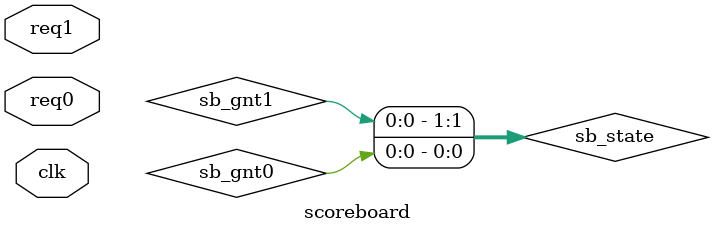
<source format=v>
module scoreboard (req0, req1, clk) ;

input  req0, req1, clk;

wire  sb_gnt0, sb_gnt1;
reg    [1:0] sb_state;

assign  sb_gnt0 = sb_state[0];
assign  sb_gnt1 = sb_state[1];

//This code do not need to be RTL. No synthesis rules.
always @(posedge clk)
begin

  if (req0 == 1'b1 && sb_state[1:0] != 2'b10) begin 
    sb_state[1:0] = 2'b01;
  end
  else if (req1 == 1'b1 && sb_state[1:0] != 2'b01) begin
    sb_state[1:0] = 2'b10;
  end
  else begin
    sb_state[1:0] = 2'b00;
  end

end

endmodule


</source>
